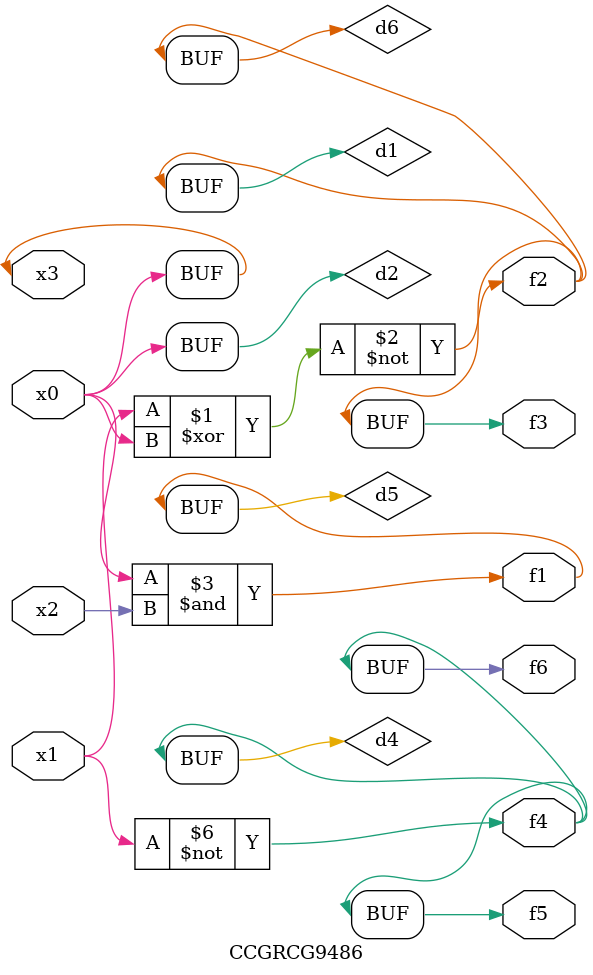
<source format=v>
module CCGRCG9486(
	input x0, x1, x2, x3,
	output f1, f2, f3, f4, f5, f6
);

	wire d1, d2, d3, d4, d5, d6;

	xnor (d1, x1, x3);
	buf (d2, x0, x3);
	nand (d3, x0, x2);
	not (d4, x1);
	nand (d5, d3);
	or (d6, d1);
	assign f1 = d5;
	assign f2 = d6;
	assign f3 = d6;
	assign f4 = d4;
	assign f5 = d4;
	assign f6 = d4;
endmodule

</source>
